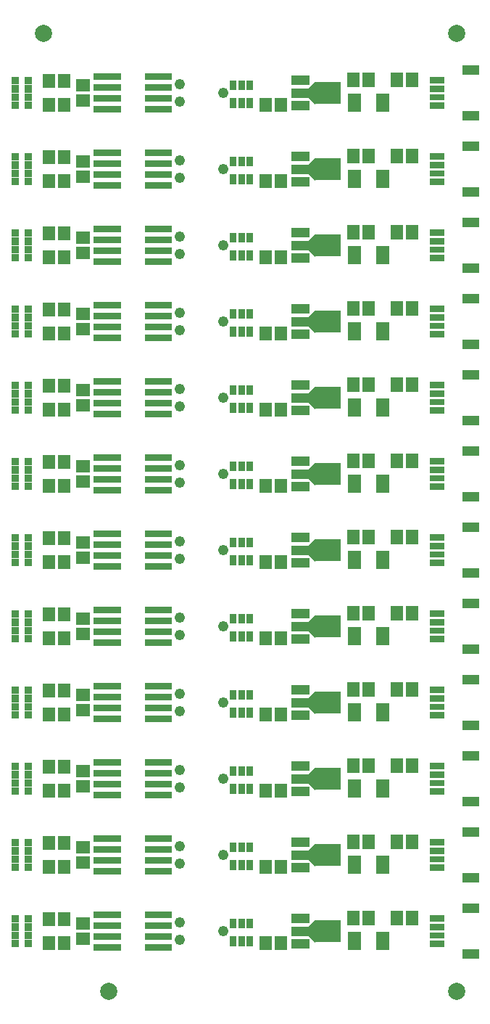
<source format=gbr>
G04 start of page 7 for group -4063 idx -4063 *
G04 Title: (unknown), componentmask *
G04 Creator: pcb 4.0.2 *
G04 CreationDate: Sun May 15 03:05:21 2022 UTC *
G04 For: railfan *
G04 Format: Gerber/RS-274X *
G04 PCB-Dimensions (mil): 3000.00 5500.00 *
G04 PCB-Coordinate-Origin: lower left *
%MOIN*%
%FSLAX25Y25*%
%LNTOPMASK*%
%ADD43C,0.0001*%
%ADD42C,0.0787*%
%ADD41C,0.0490*%
G54D41*X152500Y362500D03*
Y327500D03*
Y292500D03*
Y257500D03*
X132500Y366500D03*
Y358500D03*
Y331500D03*
Y323500D03*
Y296500D03*
Y288500D03*
Y261500D03*
Y253500D03*
X152500Y432500D03*
X132500Y436500D03*
Y428500D03*
X152500Y397500D03*
X132500Y401500D03*
X152500Y467500D03*
X132500Y471500D03*
Y463500D03*
Y393500D03*
X152500Y222500D03*
Y187500D03*
Y152500D03*
Y117500D03*
X132500Y226500D03*
Y218500D03*
Y191500D03*
Y183500D03*
Y156500D03*
Y148500D03*
Y121500D03*
Y113500D03*
X152500Y82500D03*
X132500Y86500D03*
Y78500D03*
G54D42*X260000Y55000D03*
X100000D03*
G54D43*G36*
X166400Y88300D02*X163400D01*
Y83700D01*
X166400D01*
Y88300D01*
G37*
G36*
X183826Y90596D02*Y86216D01*
X192300D01*
Y90596D01*
X183826D01*
G37*
G36*
Y84690D02*Y80310D01*
X200016D01*
Y84690D01*
X183826D01*
G37*
G36*
X119500Y81500D02*Y78500D01*
X129000D01*
Y81500D01*
X119500D01*
G37*
G36*
Y86500D02*Y83500D01*
X129000D01*
Y86500D01*
X119500D01*
G37*
G36*
X194535Y87525D02*Y77475D01*
X206475D01*
Y87525D01*
X194535D01*
G37*
G36*
X196679Y85805D02*X194835Y87649D01*
X191571Y84385D01*
X193415Y82541D01*
X196679Y85805D01*
G37*
G36*
X193415Y82459D02*X191571Y80615D01*
X194835Y77351D01*
X196679Y79195D01*
X193415Y82459D01*
G37*
G36*
X183826Y78784D02*Y74404D01*
X192300D01*
Y78784D01*
X183826D01*
G37*
G36*
X181902Y80252D02*X176184D01*
Y73748D01*
X181902D01*
Y80252D01*
G37*
G36*
X174816D02*X169098D01*
Y73748D01*
X174816D01*
Y80252D01*
G37*
G36*
X229050Y82050D02*X222950D01*
Y73950D01*
X229050D01*
Y82050D01*
G37*
G36*
X216050D02*X209950D01*
Y73950D01*
X216050D01*
Y82050D01*
G37*
G36*
X247649Y78075D02*Y75113D01*
X254351D01*
Y78075D01*
X247649D01*
G37*
G36*
Y82012D02*Y79050D01*
X254351D01*
Y82012D01*
X247649D01*
G37*
G36*
Y85950D02*Y82988D01*
X254351D01*
Y85950D01*
X247649D01*
G37*
G36*
Y89887D02*Y86925D01*
X254351D01*
Y89887D01*
X247649D01*
G37*
G36*
X262413Y74138D02*Y69700D01*
X270099D01*
Y74138D01*
X262413D01*
G37*
G36*
Y95300D02*Y90862D01*
X270099D01*
Y95300D01*
X262413D01*
G37*
G36*
X215316Y91752D02*X209598D01*
Y85248D01*
X215316D01*
Y91752D01*
G37*
G36*
X222402D02*X216684D01*
Y85248D01*
X222402D01*
Y91752D01*
G37*
G36*
X235316D02*X229598D01*
Y85248D01*
X235316D01*
Y91752D01*
G37*
G36*
X242402D02*X236684D01*
Y85248D01*
X242402D01*
Y91752D01*
G37*
G36*
X158600Y80100D02*X155600D01*
Y75500D01*
X158600D01*
Y80100D01*
G37*
G36*
X162500D02*X159500D01*
Y75500D01*
X162500D01*
Y80100D01*
G37*
G36*
X166400D02*X163400D01*
Y75500D01*
X166400D01*
Y80100D01*
G37*
G36*
X162500Y88300D02*X159500D01*
Y83700D01*
X162500D01*
Y88300D01*
G37*
G36*
X158600D02*X155600D01*
Y83700D01*
X158600D01*
Y88300D01*
G37*
G36*
X96000Y91500D02*Y88500D01*
X105500D01*
Y91500D01*
X96000D01*
G37*
G36*
X116500D02*Y88500D01*
X126000D01*
Y91500D01*
X116500D01*
G37*
G36*
X93000D02*Y88500D01*
X102500D01*
Y91500D01*
X93000D01*
G37*
G36*
X119500D02*Y88500D01*
X129000D01*
Y91500D01*
X119500D01*
G37*
G36*
X96000Y86500D02*Y83500D01*
X105500D01*
Y86500D01*
X96000D01*
G37*
G36*
Y81500D02*Y78500D01*
X105500D01*
Y81500D01*
X96000D01*
G37*
G36*
Y76500D02*Y73500D01*
X105500D01*
Y76500D01*
X96000D01*
G37*
G36*
X116500D02*Y73500D01*
X126000D01*
Y76500D01*
X116500D01*
G37*
G36*
Y81500D02*Y78500D01*
X126000D01*
Y81500D01*
X116500D01*
G37*
G36*
Y86500D02*Y83500D01*
X126000D01*
Y86500D01*
X116500D01*
G37*
G36*
X119500Y76500D02*Y73500D01*
X129000D01*
Y76500D01*
X119500D01*
G37*
G36*
X84748Y81816D02*Y76098D01*
X91252D01*
Y81816D01*
X84748D01*
G37*
G36*
X93000Y81500D02*Y78500D01*
X102500D01*
Y81500D01*
X93000D01*
G37*
G36*
Y76500D02*Y73500D01*
X102500D01*
Y76500D01*
X93000D01*
G37*
G36*
X84748Y88902D02*Y83184D01*
X91252D01*
Y88902D01*
X84748D01*
G37*
G36*
X82402Y91252D02*X76684D01*
Y84748D01*
X82402D01*
Y91252D01*
G37*
G36*
X93000Y86500D02*Y83500D01*
X102500D01*
Y86500D01*
X93000D01*
G37*
G36*
X75316Y80252D02*X69598D01*
Y73748D01*
X75316D01*
Y80252D01*
G37*
G36*
X82402D02*X76684D01*
Y73748D01*
X82402D01*
Y80252D01*
G37*
G36*
X61274Y78490D02*Y75054D01*
X64710D01*
Y78490D01*
X61274D01*
G37*
G36*
Y82308D02*Y78874D01*
X64710D01*
Y82308D01*
X61274D01*
G37*
G36*
Y86126D02*Y82692D01*
X64710D01*
Y86126D01*
X61274D01*
G37*
G36*
X75316Y91252D02*X69598D01*
Y84748D01*
X75316D01*
Y91252D01*
G37*
G36*
X61274Y89946D02*Y86510D01*
X64710D01*
Y89946D01*
X61274D01*
G37*
G36*
X55290D02*Y86510D01*
X58726D01*
Y89946D01*
X55290D01*
G37*
G36*
Y86126D02*Y82692D01*
X58726D01*
Y86126D01*
X55290D01*
G37*
G36*
Y82308D02*Y78874D01*
X58726D01*
Y82308D01*
X55290D01*
G37*
G36*
Y78490D02*Y75054D01*
X58726D01*
Y78490D01*
X55290D01*
G37*
G54D42*X70000Y495000D03*
G54D43*G36*
X84748Y466816D02*Y461098D01*
X91252D01*
Y466816D01*
X84748D01*
G37*
G36*
Y473902D02*Y468184D01*
X91252D01*
Y473902D01*
X84748D01*
G37*
G36*
X82402Y465252D02*X76684D01*
Y458748D01*
X82402D01*
Y465252D01*
G37*
G36*
Y476252D02*X76684D01*
Y469748D01*
X82402D01*
Y476252D01*
G37*
G36*
X96000Y466500D02*Y463500D01*
X105500D01*
Y466500D01*
X96000D01*
G37*
G36*
Y461500D02*Y458500D01*
X105500D01*
Y461500D01*
X96000D01*
G37*
G36*
X93000Y466500D02*Y463500D01*
X102500D01*
Y466500D01*
X93000D01*
G37*
G36*
Y461500D02*Y458500D01*
X102500D01*
Y461500D01*
X93000D01*
G37*
G36*
X96000Y476500D02*Y473500D01*
X105500D01*
Y476500D01*
X96000D01*
G37*
G36*
X93000D02*Y473500D01*
X102500D01*
Y476500D01*
X93000D01*
G37*
G36*
X96000Y471500D02*Y468500D01*
X105500D01*
Y471500D01*
X96000D01*
G37*
G36*
X93000D02*Y468500D01*
X102500D01*
Y471500D01*
X93000D01*
G37*
G36*
X75316Y465252D02*X69598D01*
Y458748D01*
X75316D01*
Y465252D01*
G37*
G36*
Y476252D02*X69598D01*
Y469748D01*
X75316D01*
Y476252D01*
G37*
G36*
X61274Y463490D02*Y460054D01*
X64710D01*
Y463490D01*
X61274D01*
G37*
G36*
Y467308D02*Y463873D01*
X64710D01*
Y467308D01*
X61274D01*
G37*
G36*
Y471127D02*Y467692D01*
X64710D01*
Y471127D01*
X61274D01*
G37*
G36*
Y474946D02*Y471510D01*
X64710D01*
Y474946D01*
X61274D01*
G37*
G36*
X55290D02*Y471510D01*
X58726D01*
Y474946D01*
X55290D01*
G37*
G36*
Y471127D02*Y467692D01*
X58726D01*
Y471127D01*
X55290D01*
G37*
G36*
Y467308D02*Y463873D01*
X58726D01*
Y467308D01*
X55290D01*
G37*
G36*
Y463490D02*Y460054D01*
X58726D01*
Y463490D01*
X55290D01*
G37*
G36*
X166400Y473300D02*X163400D01*
Y468700D01*
X166400D01*
Y473300D01*
G37*
G36*
Y465100D02*X163400D01*
Y460500D01*
X166400D01*
Y465100D01*
G37*
G36*
X162500Y473300D02*X159500D01*
Y468700D01*
X162500D01*
Y473300D01*
G37*
G36*
Y465100D02*X159500D01*
Y460500D01*
X162500D01*
Y465100D01*
G37*
G36*
X158600Y473300D02*X155600D01*
Y468700D01*
X158600D01*
Y473300D01*
G37*
G36*
Y465100D02*X155600D01*
Y460500D01*
X158600D01*
Y465100D01*
G37*
G36*
X116500Y461500D02*Y458500D01*
X126000D01*
Y461500D01*
X116500D01*
G37*
G36*
X119500D02*Y458500D01*
X129000D01*
Y461500D01*
X119500D01*
G37*
G36*
X116500Y466500D02*Y463500D01*
X126000D01*
Y466500D01*
X116500D01*
G37*
G36*
Y471500D02*Y468500D01*
X126000D01*
Y471500D01*
X116500D01*
G37*
G36*
Y476500D02*Y473500D01*
X126000D01*
Y476500D01*
X116500D01*
G37*
G36*
X119500Y466500D02*Y463500D01*
X129000D01*
Y466500D01*
X119500D01*
G37*
G36*
Y471500D02*Y468500D01*
X129000D01*
Y471500D01*
X119500D01*
G37*
G36*
Y476500D02*Y473500D01*
X129000D01*
Y476500D01*
X119500D01*
G37*
G36*
X158600Y430100D02*X155600D01*
Y425500D01*
X158600D01*
Y430100D01*
G37*
G36*
X162500D02*X159500D01*
Y425500D01*
X162500D01*
Y430100D01*
G37*
G36*
X166400D02*X163400D01*
Y425500D01*
X166400D01*
Y430100D01*
G37*
G36*
Y438300D02*X163400D01*
Y433700D01*
X166400D01*
Y438300D01*
G37*
G36*
X162500D02*X159500D01*
Y433700D01*
X162500D01*
Y438300D01*
G37*
G36*
X158600D02*X155600D01*
Y433700D01*
X158600D01*
Y438300D01*
G37*
G36*
X116500Y426500D02*Y423500D01*
X126000D01*
Y426500D01*
X116500D01*
G37*
G36*
Y431500D02*Y428500D01*
X126000D01*
Y431500D01*
X116500D01*
G37*
G36*
X119500Y426500D02*Y423500D01*
X129000D01*
Y426500D01*
X119500D01*
G37*
G36*
Y431500D02*Y428500D01*
X129000D01*
Y431500D01*
X119500D01*
G37*
G36*
X116500Y436500D02*Y433500D01*
X126000D01*
Y436500D01*
X116500D01*
G37*
G36*
Y441500D02*Y438500D01*
X126000D01*
Y441500D01*
X116500D01*
G37*
G36*
X119500Y436500D02*Y433500D01*
X129000D01*
Y436500D01*
X119500D01*
G37*
G36*
Y441500D02*Y438500D01*
X129000D01*
Y441500D01*
X119500D01*
G37*
G36*
X116500Y391500D02*Y388500D01*
X126000D01*
Y391500D01*
X116500D01*
G37*
G36*
X119500D02*Y388500D01*
X129000D01*
Y391500D01*
X119500D01*
G37*
G36*
X116500Y396500D02*Y393500D01*
X126000D01*
Y396500D01*
X116500D01*
G37*
G36*
Y401500D02*Y398500D01*
X126000D01*
Y401500D01*
X116500D01*
G37*
G36*
Y406500D02*Y403500D01*
X126000D01*
Y406500D01*
X116500D01*
G37*
G36*
X119500Y396500D02*Y393500D01*
X129000D01*
Y396500D01*
X119500D01*
G37*
G36*
Y401500D02*Y398500D01*
X129000D01*
Y401500D01*
X119500D01*
G37*
G36*
Y406500D02*Y403500D01*
X129000D01*
Y406500D01*
X119500D01*
G37*
G36*
X75316Y430252D02*X69598D01*
Y423748D01*
X75316D01*
Y430252D01*
G37*
G36*
X82402D02*X76684D01*
Y423748D01*
X82402D01*
Y430252D01*
G37*
G36*
X75316Y441252D02*X69598D01*
Y434748D01*
X75316D01*
Y441252D01*
G37*
G36*
X82402D02*X76684D01*
Y434748D01*
X82402D01*
Y441252D01*
G37*
G36*
X61274Y428490D02*Y425054D01*
X64710D01*
Y428490D01*
X61274D01*
G37*
G36*
Y432308D02*Y428873D01*
X64710D01*
Y432308D01*
X61274D01*
G37*
G36*
Y436127D02*Y432692D01*
X64710D01*
Y436127D01*
X61274D01*
G37*
G36*
Y439946D02*Y436510D01*
X64710D01*
Y439946D01*
X61274D01*
G37*
G36*
X55290D02*Y436510D01*
X58726D01*
Y439946D01*
X55290D01*
G37*
G36*
Y436127D02*Y432692D01*
X58726D01*
Y436127D01*
X55290D01*
G37*
G36*
Y432308D02*Y428873D01*
X58726D01*
Y432308D01*
X55290D01*
G37*
G36*
Y428490D02*Y425054D01*
X58726D01*
Y428490D01*
X55290D01*
G37*
G36*
X84748Y396816D02*Y391098D01*
X91252D01*
Y396816D01*
X84748D01*
G37*
G36*
Y403902D02*Y398184D01*
X91252D01*
Y403902D01*
X84748D01*
G37*
G36*
X82402Y395252D02*X76684D01*
Y388748D01*
X82402D01*
Y395252D01*
G37*
G36*
X96000Y401500D02*Y398500D01*
X105500D01*
Y401500D01*
X96000D01*
G37*
G36*
X93000D02*Y398500D01*
X102500D01*
Y401500D01*
X93000D01*
G37*
G36*
X96000Y396500D02*Y393500D01*
X105500D01*
Y396500D01*
X96000D01*
G37*
G36*
Y391500D02*Y388500D01*
X105500D01*
Y391500D01*
X96000D01*
G37*
G36*
X93000Y396500D02*Y393500D01*
X102500D01*
Y396500D01*
X93000D01*
G37*
G36*
Y391500D02*Y388500D01*
X102500D01*
Y391500D01*
X93000D01*
G37*
G36*
X96000Y406500D02*Y403500D01*
X105500D01*
Y406500D01*
X96000D01*
G37*
G36*
X93000D02*Y403500D01*
X102500D01*
Y406500D01*
X93000D01*
G37*
G36*
X75316Y406252D02*X69598D01*
Y399748D01*
X75316D01*
Y406252D01*
G37*
G36*
X82402D02*X76684D01*
Y399748D01*
X82402D01*
Y406252D01*
G37*
G36*
X75316Y395252D02*X69598D01*
Y388748D01*
X75316D01*
Y395252D01*
G37*
G36*
X61274Y393490D02*Y390054D01*
X64710D01*
Y393490D01*
X61274D01*
G37*
G36*
Y397308D02*Y393874D01*
X64710D01*
Y397308D01*
X61274D01*
G37*
G36*
Y401126D02*Y397692D01*
X64710D01*
Y401126D01*
X61274D01*
G37*
G36*
Y404946D02*Y401510D01*
X64710D01*
Y404946D01*
X61274D01*
G37*
G36*
X55290D02*Y401510D01*
X58726D01*
Y404946D01*
X55290D01*
G37*
G36*
Y401126D02*Y397692D01*
X58726D01*
Y401126D01*
X55290D01*
G37*
G36*
Y397308D02*Y393874D01*
X58726D01*
Y397308D01*
X55290D01*
G37*
G36*
Y393490D02*Y390054D01*
X58726D01*
Y393490D01*
X55290D01*
G37*
G36*
X84748Y431816D02*Y426098D01*
X91252D01*
Y431816D01*
X84748D01*
G37*
G36*
Y438902D02*Y433184D01*
X91252D01*
Y438902D01*
X84748D01*
G37*
G36*
X96000Y426500D02*Y423500D01*
X105500D01*
Y426500D01*
X96000D01*
G37*
G36*
X93000D02*Y423500D01*
X102500D01*
Y426500D01*
X93000D01*
G37*
G36*
X96000Y441500D02*Y438500D01*
X105500D01*
Y441500D01*
X96000D01*
G37*
G36*
X93000D02*Y438500D01*
X102500D01*
Y441500D01*
X93000D01*
G37*
G36*
X96000Y436500D02*Y433500D01*
X105500D01*
Y436500D01*
X96000D01*
G37*
G36*
Y431500D02*Y428500D01*
X105500D01*
Y431500D01*
X96000D01*
G37*
G36*
Y361500D02*Y358500D01*
X105500D01*
Y361500D01*
X96000D01*
G37*
G36*
X93000Y371500D02*Y368500D01*
X102500D01*
Y371500D01*
X93000D01*
G37*
G36*
Y366500D02*Y363500D01*
X102500D01*
Y366500D01*
X93000D01*
G37*
G36*
Y361500D02*Y358500D01*
X102500D01*
Y361500D01*
X93000D01*
G37*
G36*
Y356500D02*Y353500D01*
X102500D01*
Y356500D01*
X93000D01*
G37*
G36*
Y436500D02*Y433500D01*
X102500D01*
Y436500D01*
X93000D01*
G37*
G36*
Y431500D02*Y428500D01*
X102500D01*
Y431500D01*
X93000D01*
G37*
G36*
X166400Y403300D02*X163400D01*
Y398700D01*
X166400D01*
Y403300D01*
G37*
G36*
Y395100D02*X163400D01*
Y390500D01*
X166400D01*
Y395100D01*
G37*
G36*
X162500Y403300D02*X159500D01*
Y398700D01*
X162500D01*
Y403300D01*
G37*
G36*
Y395100D02*X159500D01*
Y390500D01*
X162500D01*
Y395100D01*
G37*
G36*
X158600Y403300D02*X155600D01*
Y398700D01*
X158600D01*
Y403300D01*
G37*
G36*
Y395100D02*X155600D01*
Y390500D01*
X158600D01*
Y395100D01*
G37*
G36*
X166400Y368300D02*X163400D01*
Y363700D01*
X166400D01*
Y368300D01*
G37*
G36*
Y360100D02*X163400D01*
Y355500D01*
X166400D01*
Y360100D01*
G37*
G36*
X162500Y368300D02*X159500D01*
Y363700D01*
X162500D01*
Y368300D01*
G37*
G36*
X158600D02*X155600D01*
Y363700D01*
X158600D01*
Y368300D01*
G37*
G36*
Y360100D02*X155600D01*
Y355500D01*
X158600D01*
Y360100D01*
G37*
G36*
X162500D02*X159500D01*
Y355500D01*
X162500D01*
Y360100D01*
G37*
G36*
X116500Y356500D02*Y353500D01*
X126000D01*
Y356500D01*
X116500D01*
G37*
G36*
X119500D02*Y353500D01*
X129000D01*
Y356500D01*
X119500D01*
G37*
G36*
X116500Y361500D02*Y358500D01*
X126000D01*
Y361500D01*
X116500D01*
G37*
G36*
X119500D02*Y358500D01*
X129000D01*
Y361500D01*
X119500D01*
G37*
G36*
X116500Y366500D02*Y363500D01*
X126000D01*
Y366500D01*
X116500D01*
G37*
G36*
Y371500D02*Y368500D01*
X126000D01*
Y371500D01*
X116500D01*
G37*
G36*
X119500Y366500D02*Y363500D01*
X129000D01*
Y366500D01*
X119500D01*
G37*
G36*
Y371500D02*Y368500D01*
X129000D01*
Y371500D01*
X119500D01*
G37*
G54D42*X260000Y495000D03*
G54D43*G36*
X247649Y467012D02*Y464050D01*
X254351D01*
Y467012D01*
X247649D01*
G37*
G36*
Y470950D02*Y467988D01*
X254351D01*
Y470950D01*
X247649D01*
G37*
G36*
Y474887D02*Y471925D01*
X254351D01*
Y474887D01*
X247649D01*
G37*
G36*
X262413Y459138D02*Y454700D01*
X270099D01*
Y459138D01*
X262413D01*
G37*
G36*
Y480300D02*Y475862D01*
X270099D01*
Y480300D01*
X262413D01*
G37*
G36*
X235316Y476752D02*X229598D01*
Y470248D01*
X235316D01*
Y476752D01*
G37*
G36*
X242402D02*X236684D01*
Y470248D01*
X242402D01*
Y476752D01*
G37*
G36*
X183826Y475596D02*Y471216D01*
X192300D01*
Y475596D01*
X183826D01*
G37*
G36*
Y469690D02*Y465310D01*
X200016D01*
Y469690D01*
X183826D01*
G37*
G36*
X194535Y472525D02*Y462475D01*
X206475D01*
Y472525D01*
X194535D01*
G37*
G36*
X196679Y470805D02*X194835Y472649D01*
X191571Y469385D01*
X193415Y467541D01*
X196679Y470805D01*
G37*
G36*
X193415Y467459D02*X191571Y465615D01*
X194835Y462351D01*
X196679Y464195D01*
X193415Y467459D01*
G37*
G36*
X183826Y463784D02*Y459404D01*
X192300D01*
Y463784D01*
X183826D01*
G37*
G36*
X181902Y465252D02*X176184D01*
Y458748D01*
X181902D01*
Y465252D01*
G37*
G36*
X174816D02*X169098D01*
Y458748D01*
X174816D01*
Y465252D01*
G37*
G36*
X229050Y467050D02*X222950D01*
Y458950D01*
X229050D01*
Y467050D01*
G37*
G36*
X216050D02*X209950D01*
Y458950D01*
X216050D01*
Y467050D01*
G37*
G36*
X215316Y476752D02*X209598D01*
Y470248D01*
X215316D01*
Y476752D01*
G37*
G36*
X222402D02*X216684D01*
Y470248D01*
X222402D01*
Y476752D01*
G37*
G36*
X215316Y441752D02*X209598D01*
Y435248D01*
X215316D01*
Y441752D01*
G37*
G36*
X222402D02*X216684D01*
Y435248D01*
X222402D01*
Y441752D01*
G37*
G36*
X235316D02*X229598D01*
Y435248D01*
X235316D01*
Y441752D01*
G37*
G36*
X262413Y445300D02*Y440862D01*
X270099D01*
Y445300D01*
X262413D01*
G37*
G36*
X242402Y441752D02*X236684D01*
Y435248D01*
X242402D01*
Y441752D01*
G37*
G36*
X247649Y463075D02*Y460113D01*
X254351D01*
Y463075D01*
X247649D01*
G37*
G36*
Y428075D02*Y425113D01*
X254351D01*
Y428075D01*
X247649D01*
G37*
G36*
Y432012D02*Y429050D01*
X254351D01*
Y432012D01*
X247649D01*
G37*
G36*
Y435950D02*Y432988D01*
X254351D01*
Y435950D01*
X247649D01*
G37*
G36*
Y439887D02*Y436925D01*
X254351D01*
Y439887D01*
X247649D01*
G37*
G36*
X262413Y424138D02*Y419700D01*
X270099D01*
Y424138D01*
X262413D01*
G37*
G36*
Y410300D02*Y405862D01*
X270099D01*
Y410300D01*
X262413D01*
G37*
G36*
X183826Y440596D02*Y436216D01*
X192300D01*
Y440596D01*
X183826D01*
G37*
G36*
Y434690D02*Y430310D01*
X200016D01*
Y434690D01*
X183826D01*
G37*
G36*
Y428784D02*Y424404D01*
X192300D01*
Y428784D01*
X183826D01*
G37*
G36*
X181902Y430252D02*X176184D01*
Y423748D01*
X181902D01*
Y430252D01*
G37*
G36*
X174816D02*X169098D01*
Y423748D01*
X174816D01*
Y430252D01*
G37*
G36*
X194535Y437525D02*Y427475D01*
X206475D01*
Y437525D01*
X194535D01*
G37*
G36*
X196679Y435805D02*X194835Y437649D01*
X191571Y434385D01*
X193415Y432541D01*
X196679Y435805D01*
G37*
G36*
X193415Y432459D02*X191571Y430615D01*
X194835Y427351D01*
X196679Y429195D01*
X193415Y432459D01*
G37*
G36*
X229050Y432050D02*X222950D01*
Y423950D01*
X229050D01*
Y432050D01*
G37*
G36*
X216050D02*X209950D01*
Y423950D01*
X216050D01*
Y432050D01*
G37*
G36*
X215316Y406752D02*X209598D01*
Y400248D01*
X215316D01*
Y406752D01*
G37*
G36*
X222402D02*X216684D01*
Y400248D01*
X222402D01*
Y406752D01*
G37*
G36*
X247649Y397012D02*Y394050D01*
X254351D01*
Y397012D01*
X247649D01*
G37*
G36*
Y400950D02*Y397988D01*
X254351D01*
Y400950D01*
X247649D01*
G37*
G36*
Y404887D02*Y401925D01*
X254351D01*
Y404887D01*
X247649D01*
G37*
G36*
X235316Y406752D02*X229598D01*
Y400248D01*
X235316D01*
Y406752D01*
G37*
G36*
X242402D02*X236684D01*
Y400248D01*
X242402D01*
Y406752D01*
G37*
G36*
X229050Y397050D02*X222950D01*
Y388950D01*
X229050D01*
Y397050D01*
G37*
G36*
X216050D02*X209950D01*
Y388950D01*
X216050D01*
Y397050D01*
G37*
G36*
X183826Y405596D02*Y401216D01*
X192300D01*
Y405596D01*
X183826D01*
G37*
G36*
Y399690D02*Y395310D01*
X200016D01*
Y399690D01*
X183826D01*
G37*
G36*
X194535Y402525D02*Y392475D01*
X206475D01*
Y402525D01*
X194535D01*
G37*
G36*
X196679Y400805D02*X194835Y402649D01*
X191571Y399385D01*
X193415Y397541D01*
X196679Y400805D01*
G37*
G36*
X193415Y397459D02*X191571Y395615D01*
X194835Y392351D01*
X196679Y394195D01*
X193415Y397459D01*
G37*
G36*
X183826Y393784D02*Y389404D01*
X192300D01*
Y393784D01*
X183826D01*
G37*
G36*
X181902Y395252D02*X176184D01*
Y388748D01*
X181902D01*
Y395252D01*
G37*
G36*
X174816D02*X169098D01*
Y388748D01*
X174816D01*
Y395252D01*
G37*
G36*
X84748Y361816D02*Y356098D01*
X91252D01*
Y361816D01*
X84748D01*
G37*
G36*
X75316Y360252D02*X69598D01*
Y353748D01*
X75316D01*
Y360252D01*
G37*
G36*
X82402D02*X76684D01*
Y353748D01*
X82402D01*
Y360252D01*
G37*
G36*
X84748Y368902D02*Y363184D01*
X91252D01*
Y368902D01*
X84748D01*
G37*
G36*
X75316Y371252D02*X69598D01*
Y364748D01*
X75316D01*
Y371252D01*
G37*
G36*
X82402D02*X76684D01*
Y364748D01*
X82402D01*
Y371252D01*
G37*
G36*
X96000Y371500D02*Y368500D01*
X105500D01*
Y371500D01*
X96000D01*
G37*
G36*
Y366500D02*Y363500D01*
X105500D01*
Y366500D01*
X96000D01*
G37*
G36*
Y356500D02*Y353500D01*
X105500D01*
Y356500D01*
X96000D01*
G37*
G36*
X61274Y362308D02*Y358874D01*
X64710D01*
Y362308D01*
X61274D01*
G37*
G36*
Y366126D02*Y362692D01*
X64710D01*
Y366126D01*
X61274D01*
G37*
G36*
Y369946D02*Y366510D01*
X64710D01*
Y369946D01*
X61274D01*
G37*
G36*
X55290D02*Y366510D01*
X58726D01*
Y369946D01*
X55290D01*
G37*
G36*
Y366126D02*Y362692D01*
X58726D01*
Y366126D01*
X55290D01*
G37*
G36*
Y362308D02*Y358874D01*
X58726D01*
Y362308D01*
X55290D01*
G37*
G36*
X61274Y358490D02*Y355054D01*
X64710D01*
Y358490D01*
X61274D01*
G37*
G36*
X55290D02*Y355054D01*
X58726D01*
Y358490D01*
X55290D01*
G37*
G36*
X84748Y326816D02*Y321098D01*
X91252D01*
Y326816D01*
X84748D01*
G37*
G36*
Y333902D02*Y328184D01*
X91252D01*
Y333902D01*
X84748D01*
G37*
G36*
X82402Y325252D02*X76684D01*
Y318748D01*
X82402D01*
Y325252D01*
G37*
G36*
Y336252D02*X76684D01*
Y329748D01*
X82402D01*
Y336252D01*
G37*
G36*
X93000Y336500D02*Y333500D01*
X102500D01*
Y336500D01*
X93000D01*
G37*
G36*
Y331500D02*Y328500D01*
X102500D01*
Y331500D01*
X93000D01*
G37*
G36*
Y326500D02*Y323500D01*
X102500D01*
Y326500D01*
X93000D01*
G37*
G36*
X75316Y325252D02*X69598D01*
Y318748D01*
X75316D01*
Y325252D01*
G37*
G36*
Y336252D02*X69598D01*
Y329748D01*
X75316D01*
Y336252D01*
G37*
G36*
X61274Y323490D02*Y320054D01*
X64710D01*
Y323490D01*
X61274D01*
G37*
G36*
Y327308D02*Y323874D01*
X64710D01*
Y327308D01*
X61274D01*
G37*
G36*
Y331126D02*Y327692D01*
X64710D01*
Y331126D01*
X61274D01*
G37*
G36*
Y334946D02*Y331510D01*
X64710D01*
Y334946D01*
X61274D01*
G37*
G36*
X55290D02*Y331510D01*
X58726D01*
Y334946D01*
X55290D01*
G37*
G36*
Y331126D02*Y327692D01*
X58726D01*
Y331126D01*
X55290D01*
G37*
G36*
Y327308D02*Y323874D01*
X58726D01*
Y327308D01*
X55290D01*
G37*
G36*
Y323490D02*Y320054D01*
X58726D01*
Y323490D01*
X55290D01*
G37*
G36*
X93000Y321500D02*Y318500D01*
X102500D01*
Y321500D01*
X93000D01*
G37*
G36*
Y301500D02*Y298500D01*
X102500D01*
Y301500D01*
X93000D01*
G37*
G36*
Y296500D02*Y293500D01*
X102500D01*
Y296500D01*
X93000D01*
G37*
G36*
Y291500D02*Y288500D01*
X102500D01*
Y291500D01*
X93000D01*
G37*
G36*
Y286500D02*Y283500D01*
X102500D01*
Y286500D01*
X93000D01*
G37*
G36*
X84748Y291816D02*Y286098D01*
X91252D01*
Y291816D01*
X84748D01*
G37*
G36*
Y298902D02*Y293184D01*
X91252D01*
Y298902D01*
X84748D01*
G37*
G36*
X82402Y290252D02*X76684D01*
Y283748D01*
X82402D01*
Y290252D01*
G37*
G36*
Y301252D02*X76684D01*
Y294748D01*
X82402D01*
Y301252D01*
G37*
G36*
X75316Y290252D02*X69598D01*
Y283748D01*
X75316D01*
Y290252D01*
G37*
G36*
Y301252D02*X69598D01*
Y294748D01*
X75316D01*
Y301252D01*
G37*
G36*
X61274Y288490D02*Y285054D01*
X64710D01*
Y288490D01*
X61274D01*
G37*
G36*
Y292308D02*Y288874D01*
X64710D01*
Y292308D01*
X61274D01*
G37*
G36*
Y296126D02*Y292692D01*
X64710D01*
Y296126D01*
X61274D01*
G37*
G36*
Y299946D02*Y296510D01*
X64710D01*
Y299946D01*
X61274D01*
G37*
G36*
X55290D02*Y296510D01*
X58726D01*
Y299946D01*
X55290D01*
G37*
G36*
Y296126D02*Y292692D01*
X58726D01*
Y296126D01*
X55290D01*
G37*
G36*
Y292308D02*Y288874D01*
X58726D01*
Y292308D01*
X55290D01*
G37*
G36*
Y288490D02*Y285054D01*
X58726D01*
Y288490D01*
X55290D01*
G37*
G36*
X84748Y256816D02*Y251098D01*
X91252D01*
Y256816D01*
X84748D01*
G37*
G36*
Y263902D02*Y258184D01*
X91252D01*
Y263902D01*
X84748D01*
G37*
G36*
X93000Y251500D02*Y248500D01*
X102500D01*
Y251500D01*
X93000D01*
G37*
G36*
X75316Y266252D02*X69598D01*
Y259748D01*
X75316D01*
Y266252D01*
G37*
G36*
X82402D02*X76684D01*
Y259748D01*
X82402D01*
Y266252D01*
G37*
G36*
X75316Y255252D02*X69598D01*
Y248748D01*
X75316D01*
Y255252D01*
G37*
G36*
X82402D02*X76684D01*
Y248748D01*
X82402D01*
Y255252D01*
G37*
G36*
X61274Y253490D02*Y250054D01*
X64710D01*
Y253490D01*
X61274D01*
G37*
G36*
X55290D02*Y250054D01*
X58726D01*
Y253490D01*
X55290D01*
G37*
G36*
X61274Y261126D02*Y257692D01*
X64710D01*
Y261126D01*
X61274D01*
G37*
G36*
X55290D02*Y257692D01*
X58726D01*
Y261126D01*
X55290D01*
G37*
G36*
X61274Y264946D02*Y261510D01*
X64710D01*
Y264946D01*
X61274D01*
G37*
G36*
X55290D02*Y261510D01*
X58726D01*
Y264946D01*
X55290D01*
G37*
G36*
X75316Y220252D02*X69598D01*
Y213748D01*
X75316D01*
Y220252D01*
G37*
G36*
Y231252D02*X69598D01*
Y224748D01*
X75316D01*
Y231252D01*
G37*
G36*
X82402Y220252D02*X76684D01*
Y213748D01*
X82402D01*
Y220252D01*
G37*
G36*
Y231252D02*X76684D01*
Y224748D01*
X82402D01*
Y231252D01*
G37*
G36*
X61274Y218490D02*Y215054D01*
X64710D01*
Y218490D01*
X61274D01*
G37*
G36*
Y222308D02*Y218874D01*
X64710D01*
Y222308D01*
X61274D01*
G37*
G36*
Y226126D02*Y222692D01*
X64710D01*
Y226126D01*
X61274D01*
G37*
G36*
Y229946D02*Y226510D01*
X64710D01*
Y229946D01*
X61274D01*
G37*
G36*
X55290D02*Y226510D01*
X58726D01*
Y229946D01*
X55290D01*
G37*
G36*
X61274Y257308D02*Y253874D01*
X64710D01*
Y257308D01*
X61274D01*
G37*
G36*
X55290D02*Y253874D01*
X58726D01*
Y257308D01*
X55290D01*
G37*
G36*
Y226126D02*Y222692D01*
X58726D01*
Y226126D01*
X55290D01*
G37*
G36*
Y222308D02*Y218874D01*
X58726D01*
Y222308D01*
X55290D01*
G37*
G36*
Y218490D02*Y215054D01*
X58726D01*
Y218490D01*
X55290D01*
G37*
G36*
X93000Y196500D02*Y193500D01*
X102500D01*
Y196500D01*
X93000D01*
G37*
G36*
Y191500D02*Y188500D01*
X102500D01*
Y191500D01*
X93000D01*
G37*
G36*
Y186500D02*Y183500D01*
X102500D01*
Y186500D01*
X93000D01*
G37*
G36*
X75316Y185252D02*X69598D01*
Y178748D01*
X75316D01*
Y185252D01*
G37*
G36*
X61274Y194946D02*Y191510D01*
X64710D01*
Y194946D01*
X61274D01*
G37*
G36*
X82402Y185252D02*X76684D01*
Y178748D01*
X82402D01*
Y185252D01*
G37*
G36*
X75316Y196252D02*X69598D01*
Y189748D01*
X75316D01*
Y196252D01*
G37*
G36*
X82402D02*X76684D01*
Y189748D01*
X82402D01*
Y196252D01*
G37*
G36*
X55290Y194946D02*Y191510D01*
X58726D01*
Y194946D01*
X55290D01*
G37*
G36*
Y191126D02*Y187692D01*
X58726D01*
Y191126D01*
X55290D01*
G37*
G36*
X61274Y183490D02*Y180054D01*
X64710D01*
Y183490D01*
X61274D01*
G37*
G36*
Y187308D02*Y183874D01*
X64710D01*
Y187308D01*
X61274D01*
G37*
G36*
Y191126D02*Y187692D01*
X64710D01*
Y191126D01*
X61274D01*
G37*
G36*
X55290Y187308D02*Y183874D01*
X58726D01*
Y187308D01*
X55290D01*
G37*
G36*
Y183490D02*Y180054D01*
X58726D01*
Y183490D01*
X55290D01*
G37*
G36*
X158600Y255100D02*X155600D01*
Y250500D01*
X158600D01*
Y255100D01*
G37*
G36*
X162500D02*X159500D01*
Y250500D01*
X162500D01*
Y255100D01*
G37*
G36*
X166400D02*X163400D01*
Y250500D01*
X166400D01*
Y255100D01*
G37*
G36*
Y228300D02*X163400D01*
Y223700D01*
X166400D01*
Y228300D01*
G37*
G36*
X158600Y220100D02*X155600D01*
Y215500D01*
X158600D01*
Y220100D01*
G37*
G36*
X162500D02*X159500D01*
Y215500D01*
X162500D01*
Y220100D01*
G37*
G36*
X166400D02*X163400D01*
Y215500D01*
X166400D01*
Y220100D01*
G37*
G36*
X162500Y228300D02*X159500D01*
Y223700D01*
X162500D01*
Y228300D01*
G37*
G36*
X158600D02*X155600D01*
Y223700D01*
X158600D01*
Y228300D01*
G37*
G36*
X96000Y266500D02*Y263500D01*
X105500D01*
Y266500D01*
X96000D01*
G37*
G36*
X93000D02*Y263500D01*
X102500D01*
Y266500D01*
X93000D01*
G37*
G36*
X96000Y261500D02*Y258500D01*
X105500D01*
Y261500D01*
X96000D01*
G37*
G36*
X93000D02*Y258500D01*
X102500D01*
Y261500D01*
X93000D01*
G37*
G36*
X96000Y256500D02*Y253500D01*
X105500D01*
Y256500D01*
X96000D01*
G37*
G36*
X93000D02*Y253500D01*
X102500D01*
Y256500D01*
X93000D01*
G37*
G36*
X116500D02*Y253500D01*
X126000D01*
Y256500D01*
X116500D01*
G37*
G36*
X119500Y251500D02*Y248500D01*
X129000D01*
Y251500D01*
X119500D01*
G37*
G36*
Y256500D02*Y253500D01*
X129000D01*
Y256500D01*
X119500D01*
G37*
G36*
X116500Y261500D02*Y258500D01*
X126000D01*
Y261500D01*
X116500D01*
G37*
G36*
Y266500D02*Y263500D01*
X126000D01*
Y266500D01*
X116500D01*
G37*
G36*
X119500Y261500D02*Y258500D01*
X129000D01*
Y261500D01*
X119500D01*
G37*
G36*
Y266500D02*Y263500D01*
X129000D01*
Y266500D01*
X119500D01*
G37*
G36*
X116500Y221500D02*Y218500D01*
X126000D01*
Y221500D01*
X116500D01*
G37*
G36*
Y226500D02*Y223500D01*
X126000D01*
Y226500D01*
X116500D01*
G37*
G36*
Y231500D02*Y228500D01*
X126000D01*
Y231500D01*
X116500D01*
G37*
G36*
Y191500D02*Y188500D01*
X126000D01*
Y191500D01*
X116500D01*
G37*
G36*
Y196500D02*Y193500D01*
X126000D01*
Y196500D01*
X116500D01*
G37*
G36*
X119500Y186500D02*Y183500D01*
X129000D01*
Y186500D01*
X119500D01*
G37*
G36*
Y191500D02*Y188500D01*
X129000D01*
Y191500D01*
X119500D01*
G37*
G36*
Y196500D02*Y193500D01*
X129000D01*
Y196500D01*
X119500D01*
G37*
G36*
X96000Y226500D02*Y223500D01*
X105500D01*
Y226500D01*
X96000D01*
G37*
G36*
Y221500D02*Y218500D01*
X105500D01*
Y221500D01*
X96000D01*
G37*
G36*
Y231500D02*Y228500D01*
X105500D01*
Y231500D01*
X96000D01*
G37*
G36*
X93000D02*Y228500D01*
X102500D01*
Y231500D01*
X93000D01*
G37*
G36*
X247649Y393075D02*Y390113D01*
X254351D01*
Y393075D01*
X247649D01*
G37*
G36*
X262413Y389138D02*Y384700D01*
X270099D01*
Y389138D01*
X262413D01*
G37*
G36*
X247649Y358075D02*Y355113D01*
X254351D01*
Y358075D01*
X247649D01*
G37*
G36*
Y362012D02*Y359050D01*
X254351D01*
Y362012D01*
X247649D01*
G37*
G36*
Y365950D02*Y362988D01*
X254351D01*
Y365950D01*
X247649D01*
G37*
G36*
Y369887D02*Y366925D01*
X254351D01*
Y369887D01*
X247649D01*
G37*
G36*
X262413Y354138D02*Y349700D01*
X270099D01*
Y354138D01*
X262413D01*
G37*
G36*
Y375300D02*Y370862D01*
X270099D01*
Y375300D01*
X262413D01*
G37*
G36*
X242402Y371752D02*X236684D01*
Y365248D01*
X242402D01*
Y371752D01*
G37*
G36*
X229050Y362050D02*X222950D01*
Y353950D01*
X229050D01*
Y362050D01*
G37*
G36*
X216050D02*X209950D01*
Y353950D01*
X216050D01*
Y362050D01*
G37*
G36*
X215316Y371752D02*X209598D01*
Y365248D01*
X215316D01*
Y371752D01*
G37*
G36*
X222402D02*X216684D01*
Y365248D01*
X222402D01*
Y371752D01*
G37*
G36*
X235316D02*X229598D01*
Y365248D01*
X235316D01*
Y371752D01*
G37*
G36*
X215316Y336752D02*X209598D01*
Y330248D01*
X215316D01*
Y336752D01*
G37*
G36*
X222402D02*X216684D01*
Y330248D01*
X222402D01*
Y336752D01*
G37*
G36*
X235316D02*X229598D01*
Y330248D01*
X235316D01*
Y336752D01*
G37*
G36*
X242402D02*X236684D01*
Y330248D01*
X242402D01*
Y336752D01*
G37*
G36*
X183826Y370596D02*Y366216D01*
X192300D01*
Y370596D01*
X183826D01*
G37*
G36*
Y364690D02*Y360310D01*
X200016D01*
Y364690D01*
X183826D01*
G37*
G36*
Y358784D02*Y354404D01*
X192300D01*
Y358784D01*
X183826D01*
G37*
G36*
X181902Y360252D02*X176184D01*
Y353748D01*
X181902D01*
Y360252D01*
G37*
G36*
X174816D02*X169098D01*
Y353748D01*
X174816D01*
Y360252D01*
G37*
G36*
X194535Y367525D02*Y357475D01*
X206475D01*
Y367525D01*
X194535D01*
G37*
G36*
X196679Y365805D02*X194835Y367649D01*
X191571Y364385D01*
X193415Y362541D01*
X196679Y365805D01*
G37*
G36*
X193415Y362459D02*X191571Y360615D01*
X194835Y357351D01*
X196679Y359195D01*
X193415Y362459D01*
G37*
G36*
X166400Y333300D02*X163400D01*
Y328700D01*
X166400D01*
Y333300D01*
G37*
G36*
X162500D02*X159500D01*
Y328700D01*
X162500D01*
Y333300D01*
G37*
G36*
X158600D02*X155600D01*
Y328700D01*
X158600D01*
Y333300D01*
G37*
G36*
Y325100D02*X155600D01*
Y320500D01*
X158600D01*
Y325100D01*
G37*
G36*
X162500D02*X159500D01*
Y320500D01*
X162500D01*
Y325100D01*
G37*
G36*
X166400D02*X163400D01*
Y320500D01*
X166400D01*
Y325100D01*
G37*
G36*
X181902Y325252D02*X176184D01*
Y318748D01*
X181902D01*
Y325252D01*
G37*
G36*
X174816D02*X169098D01*
Y318748D01*
X174816D01*
Y325252D01*
G37*
G36*
X183826Y335596D02*Y331216D01*
X192300D01*
Y335596D01*
X183826D01*
G37*
G36*
Y329690D02*Y325310D01*
X200016D01*
Y329690D01*
X183826D01*
G37*
G36*
X194535Y332525D02*Y322475D01*
X206475D01*
Y332525D01*
X194535D01*
G37*
G36*
X196679Y330805D02*X194835Y332649D01*
X191571Y329385D01*
X193415Y327541D01*
X196679Y330805D01*
G37*
G36*
X193415Y327459D02*X191571Y325615D01*
X194835Y322351D01*
X196679Y324195D01*
X193415Y327459D01*
G37*
G36*
X183826Y323784D02*Y319404D01*
X192300D01*
Y323784D01*
X183826D01*
G37*
G36*
X96000Y336500D02*Y333500D01*
X105500D01*
Y336500D01*
X96000D01*
G37*
G36*
Y331500D02*Y328500D01*
X105500D01*
Y331500D01*
X96000D01*
G37*
G36*
Y326500D02*Y323500D01*
X105500D01*
Y326500D01*
X96000D01*
G37*
G36*
Y321500D02*Y318500D01*
X105500D01*
Y321500D01*
X96000D01*
G37*
G36*
X116500D02*Y318500D01*
X126000D01*
Y321500D01*
X116500D01*
G37*
G36*
X119500D02*Y318500D01*
X129000D01*
Y321500D01*
X119500D01*
G37*
G36*
X116500Y326500D02*Y323500D01*
X126000D01*
Y326500D01*
X116500D01*
G37*
G36*
Y331500D02*Y328500D01*
X126000D01*
Y331500D01*
X116500D01*
G37*
G36*
Y336500D02*Y333500D01*
X126000D01*
Y336500D01*
X116500D01*
G37*
G36*
X119500Y326500D02*Y323500D01*
X129000D01*
Y326500D01*
X119500D01*
G37*
G36*
Y331500D02*Y328500D01*
X129000D01*
Y331500D01*
X119500D01*
G37*
G36*
Y336500D02*Y333500D01*
X129000D01*
Y336500D01*
X119500D01*
G37*
G36*
X96000Y301500D02*Y298500D01*
X105500D01*
Y301500D01*
X96000D01*
G37*
G36*
Y296500D02*Y293500D01*
X105500D01*
Y296500D01*
X96000D01*
G37*
G36*
Y291500D02*Y288500D01*
X105500D01*
Y291500D01*
X96000D01*
G37*
G36*
Y286500D02*Y283500D01*
X105500D01*
Y286500D01*
X96000D01*
G37*
G36*
X116500Y296500D02*Y293500D01*
X126000D01*
Y296500D01*
X116500D01*
G37*
G36*
Y301500D02*Y298500D01*
X126000D01*
Y301500D01*
X116500D01*
G37*
G36*
X119500D02*Y298500D01*
X129000D01*
Y301500D01*
X119500D01*
G37*
G36*
X158600Y298300D02*X155600D01*
Y293700D01*
X158600D01*
Y298300D01*
G37*
G36*
X162500Y290100D02*X159500D01*
Y285500D01*
X162500D01*
Y290100D01*
G37*
G36*
X166400D02*X163400D01*
Y285500D01*
X166400D01*
Y290100D01*
G37*
G36*
X183826Y300596D02*Y296216D01*
X192300D01*
Y300596D01*
X183826D01*
G37*
G36*
Y294690D02*Y290310D01*
X200016D01*
Y294690D01*
X183826D01*
G37*
G36*
X194535Y297525D02*Y287475D01*
X206475D01*
Y297525D01*
X194535D01*
G37*
G36*
X196679Y295805D02*X194835Y297649D01*
X191571Y294385D01*
X193415Y292541D01*
X196679Y295805D01*
G37*
G36*
X193415Y292459D02*X191571Y290615D01*
X194835Y287351D01*
X196679Y289195D01*
X193415Y292459D01*
G37*
G36*
X183826Y288784D02*Y284404D01*
X192300D01*
Y288784D01*
X183826D01*
G37*
G36*
X181902Y290252D02*X176184D01*
Y283748D01*
X181902D01*
Y290252D01*
G37*
G36*
X174816D02*X169098D01*
Y283748D01*
X174816D01*
Y290252D01*
G37*
G36*
X158600Y290100D02*X155600D01*
Y285500D01*
X158600D01*
Y290100D01*
G37*
G36*
X116500Y286500D02*Y283500D01*
X126000D01*
Y286500D01*
X116500D01*
G37*
G36*
Y291500D02*Y288500D01*
X126000D01*
Y291500D01*
X116500D01*
G37*
G36*
X119500Y286500D02*Y283500D01*
X129000D01*
Y286500D01*
X119500D01*
G37*
G36*
Y291500D02*Y288500D01*
X129000D01*
Y291500D01*
X119500D01*
G37*
G36*
Y296500D02*Y293500D01*
X129000D01*
Y296500D01*
X119500D01*
G37*
G36*
X166400Y298300D02*X163400D01*
Y293700D01*
X166400D01*
Y298300D01*
G37*
G36*
Y263300D02*X163400D01*
Y258700D01*
X166400D01*
Y263300D01*
G37*
G36*
X162500Y298300D02*X159500D01*
Y293700D01*
X162500D01*
Y298300D01*
G37*
G36*
Y263300D02*X159500D01*
Y258700D01*
X162500D01*
Y263300D01*
G37*
G36*
X158600D02*X155600D01*
Y258700D01*
X158600D01*
Y263300D01*
G37*
G36*
X96000Y251500D02*Y248500D01*
X105500D01*
Y251500D01*
X96000D01*
G37*
G36*
Y216500D02*Y213500D01*
X105500D01*
Y216500D01*
X96000D01*
G37*
G36*
Y181500D02*Y178500D01*
X105500D01*
Y181500D01*
X96000D01*
G37*
G36*
X116500Y251500D02*Y248500D01*
X126000D01*
Y251500D01*
X116500D01*
G37*
G36*
Y216500D02*Y213500D01*
X126000D01*
Y216500D01*
X116500D01*
G37*
G36*
Y181500D02*Y178500D01*
X126000D01*
Y181500D01*
X116500D01*
G37*
G36*
X119500D02*Y178500D01*
X129000D01*
Y181500D01*
X119500D01*
G37*
G36*
X183826Y265596D02*Y261216D01*
X192300D01*
Y265596D01*
X183826D01*
G37*
G36*
Y259690D02*Y255310D01*
X200016D01*
Y259690D01*
X183826D01*
G37*
G36*
Y253784D02*Y249404D01*
X192300D01*
Y253784D01*
X183826D01*
G37*
G36*
X181902Y255252D02*X176184D01*
Y248748D01*
X181902D01*
Y255252D01*
G37*
G36*
X174816D02*X169098D01*
Y248748D01*
X174816D01*
Y255252D01*
G37*
G36*
X194535Y262525D02*Y252475D01*
X206475D01*
Y262525D01*
X194535D01*
G37*
G36*
X196679Y260805D02*X194835Y262649D01*
X191571Y259385D01*
X193415Y257541D01*
X196679Y260805D01*
G37*
G36*
X193415Y257459D02*X191571Y255615D01*
X194835Y252351D01*
X196679Y254195D01*
X193415Y257459D01*
G37*
G36*
X183826Y230596D02*Y226216D01*
X192300D01*
Y230596D01*
X183826D01*
G37*
G36*
Y224690D02*Y220310D01*
X200016D01*
Y224690D01*
X183826D01*
G37*
G36*
X194535Y227525D02*Y217475D01*
X206475D01*
Y227525D01*
X194535D01*
G37*
G36*
X196679Y225805D02*X194835Y227649D01*
X191571Y224385D01*
X193415Y222541D01*
X196679Y225805D01*
G37*
G36*
X193415Y222459D02*X191571Y220615D01*
X194835Y217351D01*
X196679Y219195D01*
X193415Y222459D01*
G37*
G36*
X183826Y218784D02*Y214404D01*
X192300D01*
Y218784D01*
X183826D01*
G37*
G36*
X181902Y220252D02*X176184D01*
Y213748D01*
X181902D01*
Y220252D01*
G37*
G36*
X174816D02*X169098D01*
Y213748D01*
X174816D01*
Y220252D01*
G37*
G36*
X183826Y195596D02*Y191216D01*
X192300D01*
Y195596D01*
X183826D01*
G37*
G36*
Y189690D02*Y185310D01*
X200016D01*
Y189690D01*
X183826D01*
G37*
G36*
X194535Y192525D02*Y182475D01*
X206475D01*
Y192525D01*
X194535D01*
G37*
G36*
X196679Y190805D02*X194835Y192649D01*
X191571Y189385D01*
X193415Y187541D01*
X196679Y190805D01*
G37*
G36*
X193415Y187459D02*X191571Y185615D01*
X194835Y182351D01*
X196679Y184195D01*
X193415Y187459D01*
G37*
G36*
X183826Y183784D02*Y179404D01*
X192300D01*
Y183784D01*
X183826D01*
G37*
G36*
X181902Y185252D02*X176184D01*
Y178748D01*
X181902D01*
Y185252D01*
G37*
G36*
X174816D02*X169098D01*
Y178748D01*
X174816D01*
Y185252D01*
G37*
G36*
X84748Y221816D02*Y216098D01*
X91252D01*
Y221816D01*
X84748D01*
G37*
G36*
Y228902D02*Y223184D01*
X91252D01*
Y228902D01*
X84748D01*
G37*
G36*
X93000Y226500D02*Y223500D01*
X102500D01*
Y226500D01*
X93000D01*
G37*
G36*
Y221500D02*Y218500D01*
X102500D01*
Y221500D01*
X93000D01*
G37*
G36*
Y216500D02*Y213500D01*
X102500D01*
Y216500D01*
X93000D01*
G37*
G36*
X119500Y221500D02*Y218500D01*
X129000D01*
Y221500D01*
X119500D01*
G37*
G36*
Y226500D02*Y223500D01*
X129000D01*
Y226500D01*
X119500D01*
G37*
G36*
Y231500D02*Y228500D01*
X129000D01*
Y231500D01*
X119500D01*
G37*
G36*
Y216500D02*Y213500D01*
X129000D01*
Y216500D01*
X119500D01*
G37*
G36*
X116500Y186500D02*Y183500D01*
X126000D01*
Y186500D01*
X116500D01*
G37*
G36*
X84748Y186816D02*Y181098D01*
X91252D01*
Y186816D01*
X84748D01*
G37*
G36*
Y193902D02*Y188184D01*
X91252D01*
Y193902D01*
X84748D01*
G37*
G36*
X96000Y196500D02*Y193500D01*
X105500D01*
Y196500D01*
X96000D01*
G37*
G36*
Y191500D02*Y188500D01*
X105500D01*
Y191500D01*
X96000D01*
G37*
G36*
Y186500D02*Y183500D01*
X105500D01*
Y186500D01*
X96000D01*
G37*
G36*
X93000Y181500D02*Y178500D01*
X102500D01*
Y181500D01*
X93000D01*
G37*
G36*
X158600Y193300D02*X155600D01*
Y188700D01*
X158600D01*
Y193300D01*
G37*
G36*
Y185100D02*X155600D01*
Y180500D01*
X158600D01*
Y185100D01*
G37*
G36*
X162500D02*X159500D01*
Y180500D01*
X162500D01*
Y185100D01*
G37*
G36*
X166400D02*X163400D01*
Y180500D01*
X166400D01*
Y185100D01*
G37*
G36*
Y193300D02*X163400D01*
Y188700D01*
X166400D01*
Y193300D01*
G37*
G36*
Y158300D02*X163400D01*
Y153700D01*
X166400D01*
Y158300D01*
G37*
G36*
Y123300D02*X163400D01*
Y118700D01*
X166400D01*
Y123300D01*
G37*
G36*
X162500Y193300D02*X159500D01*
Y188700D01*
X162500D01*
Y193300D01*
G37*
G36*
Y158300D02*X159500D01*
Y153700D01*
X162500D01*
Y158300D01*
G37*
G36*
Y123300D02*X159500D01*
Y118700D01*
X162500D01*
Y123300D01*
G37*
G36*
X158600Y158300D02*X155600D01*
Y153700D01*
X158600D01*
Y158300D01*
G37*
G36*
Y150100D02*X155600D01*
Y145500D01*
X158600D01*
Y150100D01*
G37*
G36*
X162500D02*X159500D01*
Y145500D01*
X162500D01*
Y150100D01*
G37*
G36*
X166400D02*X163400D01*
Y145500D01*
X166400D01*
Y150100D01*
G37*
G36*
X183826Y160596D02*Y156216D01*
X192300D01*
Y160596D01*
X183826D01*
G37*
G36*
Y154690D02*Y150310D01*
X200016D01*
Y154690D01*
X183826D01*
G37*
G36*
X194535Y157525D02*Y147475D01*
X206475D01*
Y157525D01*
X194535D01*
G37*
G36*
X196679Y155805D02*X194835Y157649D01*
X191571Y154385D01*
X193415Y152541D01*
X196679Y155805D01*
G37*
G36*
X193415Y152459D02*X191571Y150615D01*
X194835Y147351D01*
X196679Y149195D01*
X193415Y152459D01*
G37*
G36*
X183826Y148784D02*Y144404D01*
X192300D01*
Y148784D01*
X183826D01*
G37*
G36*
X181902Y150252D02*X176184D01*
Y143748D01*
X181902D01*
Y150252D01*
G37*
G36*
X174816D02*X169098D01*
Y143748D01*
X174816D01*
Y150252D01*
G37*
G36*
X158600Y123300D02*X155600D01*
Y118700D01*
X158600D01*
Y123300D01*
G37*
G36*
Y115100D02*X155600D01*
Y110500D01*
X158600D01*
Y115100D01*
G37*
G36*
X162500D02*X159500D01*
Y110500D01*
X162500D01*
Y115100D01*
G37*
G36*
X166400D02*X163400D01*
Y110500D01*
X166400D01*
Y115100D01*
G37*
G36*
X181902Y115252D02*X176184D01*
Y108748D01*
X181902D01*
Y115252D01*
G37*
G36*
X174816D02*X169098D01*
Y108748D01*
X174816D01*
Y115252D01*
G37*
G36*
X183826Y125596D02*Y121216D01*
X192300D01*
Y125596D01*
X183826D01*
G37*
G36*
Y119690D02*Y115310D01*
X200016D01*
Y119690D01*
X183826D01*
G37*
G36*
X194535Y122525D02*Y112475D01*
X206475D01*
Y122525D01*
X194535D01*
G37*
G36*
X196679Y120805D02*X194835Y122649D01*
X191571Y119385D01*
X193415Y117541D01*
X196679Y120805D01*
G37*
G36*
X193415Y117459D02*X191571Y115615D01*
X194835Y112351D01*
X196679Y114195D01*
X193415Y117459D01*
G37*
G36*
X183826Y113784D02*Y109404D01*
X192300D01*
Y113784D01*
X183826D01*
G37*
G36*
X229050Y327050D02*X222950D01*
Y318950D01*
X229050D01*
Y327050D01*
G37*
G36*
Y292050D02*X222950D01*
Y283950D01*
X229050D01*
Y292050D01*
G37*
G36*
X222402Y301752D02*X216684D01*
Y295248D01*
X222402D01*
Y301752D01*
G37*
G36*
X216050Y327050D02*X209950D01*
Y318950D01*
X216050D01*
Y327050D01*
G37*
G36*
Y292050D02*X209950D01*
Y283950D01*
X216050D01*
Y292050D01*
G37*
G36*
X215316Y301752D02*X209598D01*
Y295248D01*
X215316D01*
Y301752D01*
G37*
G36*
X247649Y323075D02*Y320113D01*
X254351D01*
Y323075D01*
X247649D01*
G37*
G36*
Y327012D02*Y324050D01*
X254351D01*
Y327012D01*
X247649D01*
G37*
G36*
Y330950D02*Y327988D01*
X254351D01*
Y330950D01*
X247649D01*
G37*
G36*
Y334887D02*Y331925D01*
X254351D01*
Y334887D01*
X247649D01*
G37*
G36*
X262413Y319138D02*Y314700D01*
X270099D01*
Y319138D01*
X262413D01*
G37*
G36*
Y340300D02*Y335862D01*
X270099D01*
Y340300D01*
X262413D01*
G37*
G36*
X247649Y292012D02*Y289050D01*
X254351D01*
Y292012D01*
X247649D01*
G37*
G36*
Y295950D02*Y292988D01*
X254351D01*
Y295950D01*
X247649D01*
G37*
G36*
Y299887D02*Y296925D01*
X254351D01*
Y299887D01*
X247649D01*
G37*
G36*
X262413Y305300D02*Y300862D01*
X270099D01*
Y305300D01*
X262413D01*
G37*
G36*
X235316Y301752D02*X229598D01*
Y295248D01*
X235316D01*
Y301752D01*
G37*
G36*
X242402D02*X236684D01*
Y295248D01*
X242402D01*
Y301752D01*
G37*
G36*
X229050Y257050D02*X222950D01*
Y248950D01*
X229050D01*
Y257050D01*
G37*
G36*
X222402Y266752D02*X216684D01*
Y260248D01*
X222402D01*
Y266752D01*
G37*
G36*
X229050Y222050D02*X222950D01*
Y213950D01*
X229050D01*
Y222050D01*
G37*
G36*
X222402Y231752D02*X216684D01*
Y225248D01*
X222402D01*
Y231752D01*
G37*
G36*
X235316D02*X229598D01*
Y225248D01*
X235316D01*
Y231752D01*
G37*
G36*
X242402D02*X236684D01*
Y225248D01*
X242402D01*
Y231752D01*
G37*
G36*
X247649Y288075D02*Y285113D01*
X254351D01*
Y288075D01*
X247649D01*
G37*
G36*
X262413Y284138D02*Y279700D01*
X270099D01*
Y284138D01*
X262413D01*
G37*
G36*
X247649Y253075D02*Y250113D01*
X254351D01*
Y253075D01*
X247649D01*
G37*
G36*
Y257012D02*Y254050D01*
X254351D01*
Y257012D01*
X247649D01*
G37*
G36*
Y260950D02*Y257988D01*
X254351D01*
Y260950D01*
X247649D01*
G37*
G36*
Y264887D02*Y261925D01*
X254351D01*
Y264887D01*
X247649D01*
G37*
G36*
X262413Y249138D02*Y244700D01*
X270099D01*
Y249138D01*
X262413D01*
G37*
G36*
Y270300D02*Y265862D01*
X270099D01*
Y270300D01*
X262413D01*
G37*
G36*
X247649Y218075D02*Y215113D01*
X254351D01*
Y218075D01*
X247649D01*
G37*
G36*
Y222012D02*Y219050D01*
X254351D01*
Y222012D01*
X247649D01*
G37*
G36*
Y225950D02*Y222988D01*
X254351D01*
Y225950D01*
X247649D01*
G37*
G36*
Y229887D02*Y226925D01*
X254351D01*
Y229887D01*
X247649D01*
G37*
G36*
X262413Y214138D02*Y209700D01*
X270099D01*
Y214138D01*
X262413D01*
G37*
G36*
Y235300D02*Y230862D01*
X270099D01*
Y235300D01*
X262413D01*
G37*
G36*
X247649Y194887D02*Y191925D01*
X254351D01*
Y194887D01*
X247649D01*
G37*
G36*
X235316Y266752D02*X229598D01*
Y260248D01*
X235316D01*
Y266752D01*
G37*
G36*
X242402D02*X236684D01*
Y260248D01*
X242402D01*
Y266752D01*
G37*
G36*
X216050Y257050D02*X209950D01*
Y248950D01*
X216050D01*
Y257050D01*
G37*
G36*
X215316Y266752D02*X209598D01*
Y260248D01*
X215316D01*
Y266752D01*
G37*
G36*
X216050Y222050D02*X209950D01*
Y213950D01*
X216050D01*
Y222050D01*
G37*
G36*
X215316Y231752D02*X209598D01*
Y225248D01*
X215316D01*
Y231752D01*
G37*
G36*
X247649Y183075D02*Y180113D01*
X254351D01*
Y183075D01*
X247649D01*
G37*
G36*
Y148075D02*Y145113D01*
X254351D01*
Y148075D01*
X247649D01*
G37*
G36*
Y152012D02*Y149050D01*
X254351D01*
Y152012D01*
X247649D01*
G37*
G36*
Y155950D02*Y152988D01*
X254351D01*
Y155950D01*
X247649D01*
G37*
G36*
Y159887D02*Y156925D01*
X254351D01*
Y159887D01*
X247649D01*
G37*
G36*
Y187012D02*Y184050D01*
X254351D01*
Y187012D01*
X247649D01*
G37*
G36*
Y190950D02*Y187988D01*
X254351D01*
Y190950D01*
X247649D01*
G37*
G36*
X262413Y179138D02*Y174700D01*
X270099D01*
Y179138D01*
X262413D01*
G37*
G36*
Y200300D02*Y195862D01*
X270099D01*
Y200300D01*
X262413D01*
G37*
G36*
Y144138D02*Y139700D01*
X270099D01*
Y144138D01*
X262413D01*
G37*
G36*
Y165300D02*Y160862D01*
X270099D01*
Y165300D01*
X262413D01*
G37*
G36*
Y130300D02*Y125862D01*
X270099D01*
Y130300D01*
X262413D01*
G37*
G36*
X247649Y113075D02*Y110113D01*
X254351D01*
Y113075D01*
X247649D01*
G37*
G36*
Y117012D02*Y114050D01*
X254351D01*
Y117012D01*
X247649D01*
G37*
G36*
X262413Y109138D02*Y104700D01*
X270099D01*
Y109138D01*
X262413D01*
G37*
G36*
X247649Y120950D02*Y117988D01*
X254351D01*
Y120950D01*
X247649D01*
G37*
G36*
Y124887D02*Y121925D01*
X254351D01*
Y124887D01*
X247649D01*
G37*
G36*
X229050Y187050D02*X222950D01*
Y178950D01*
X229050D01*
Y187050D01*
G37*
G36*
X222402Y161752D02*X216684D01*
Y155248D01*
X222402D01*
Y161752D01*
G37*
G36*
X235316D02*X229598D01*
Y155248D01*
X235316D01*
Y161752D01*
G37*
G36*
X242402D02*X236684D01*
Y155248D01*
X242402D01*
Y161752D01*
G37*
G36*
X216050Y187050D02*X209950D01*
Y178950D01*
X216050D01*
Y187050D01*
G37*
G36*
Y152050D02*X209950D01*
Y143950D01*
X216050D01*
Y152050D01*
G37*
G36*
X215316Y161752D02*X209598D01*
Y155248D01*
X215316D01*
Y161752D01*
G37*
G36*
X216050Y117050D02*X209950D01*
Y108950D01*
X216050D01*
Y117050D01*
G37*
G36*
X215316Y126752D02*X209598D01*
Y120248D01*
X215316D01*
Y126752D01*
G37*
G36*
Y196752D02*X209598D01*
Y190248D01*
X215316D01*
Y196752D01*
G37*
G36*
X222402D02*X216684D01*
Y190248D01*
X222402D01*
Y196752D01*
G37*
G36*
X235316D02*X229598D01*
Y190248D01*
X235316D01*
Y196752D01*
G37*
G36*
X242402D02*X236684D01*
Y190248D01*
X242402D01*
Y196752D01*
G37*
G36*
X229050Y152050D02*X222950D01*
Y143950D01*
X229050D01*
Y152050D01*
G37*
G36*
Y117050D02*X222950D01*
Y108950D01*
X229050D01*
Y117050D01*
G37*
G36*
X222402Y126752D02*X216684D01*
Y120248D01*
X222402D01*
Y126752D01*
G37*
G36*
X235316D02*X229598D01*
Y120248D01*
X235316D01*
Y126752D01*
G37*
G36*
X242402D02*X236684D01*
Y120248D01*
X242402D01*
Y126752D01*
G37*
G36*
X84748Y151816D02*Y146098D01*
X91252D01*
Y151816D01*
X84748D01*
G37*
G36*
X75316Y150252D02*X69598D01*
Y143748D01*
X75316D01*
Y150252D01*
G37*
G36*
X82402D02*X76684D01*
Y143748D01*
X82402D01*
Y150252D01*
G37*
G36*
X93000Y151500D02*Y148500D01*
X102500D01*
Y151500D01*
X93000D01*
G37*
G36*
X84748Y158902D02*Y153184D01*
X91252D01*
Y158902D01*
X84748D01*
G37*
G36*
X75316Y161252D02*X69598D01*
Y154748D01*
X75316D01*
Y161252D01*
G37*
G36*
X82402D02*X76684D01*
Y154748D01*
X82402D01*
Y161252D01*
G37*
G36*
X96000Y161500D02*Y158500D01*
X105500D01*
Y161500D01*
X96000D01*
G37*
G36*
Y156500D02*Y153500D01*
X105500D01*
Y156500D01*
X96000D01*
G37*
G36*
X93000Y161500D02*Y158500D01*
X102500D01*
Y161500D01*
X93000D01*
G37*
G36*
Y156500D02*Y153500D01*
X102500D01*
Y156500D01*
X93000D01*
G37*
G36*
X96000Y151500D02*Y148500D01*
X105500D01*
Y151500D01*
X96000D01*
G37*
G36*
Y146500D02*Y143500D01*
X105500D01*
Y146500D01*
X96000D01*
G37*
G36*
X93000D02*Y143500D01*
X102500D01*
Y146500D01*
X93000D01*
G37*
G36*
X116500D02*Y143500D01*
X126000D01*
Y146500D01*
X116500D01*
G37*
G36*
Y151500D02*Y148500D01*
X126000D01*
Y151500D01*
X116500D01*
G37*
G36*
X119500Y146500D02*Y143500D01*
X129000D01*
Y146500D01*
X119500D01*
G37*
G36*
Y151500D02*Y148500D01*
X129000D01*
Y151500D01*
X119500D01*
G37*
G36*
X116500Y156500D02*Y153500D01*
X126000D01*
Y156500D01*
X116500D01*
G37*
G36*
Y161500D02*Y158500D01*
X126000D01*
Y161500D01*
X116500D01*
G37*
G36*
X119500Y156500D02*Y153500D01*
X129000D01*
Y156500D01*
X119500D01*
G37*
G36*
Y161500D02*Y158500D01*
X129000D01*
Y161500D01*
X119500D01*
G37*
G36*
X61274Y148490D02*Y145054D01*
X64710D01*
Y148490D01*
X61274D01*
G37*
G36*
Y152308D02*Y148874D01*
X64710D01*
Y152308D01*
X61274D01*
G37*
G36*
Y156126D02*Y152692D01*
X64710D01*
Y156126D01*
X61274D01*
G37*
G36*
Y159946D02*Y156510D01*
X64710D01*
Y159946D01*
X61274D01*
G37*
G36*
X55290D02*Y156510D01*
X58726D01*
Y159946D01*
X55290D01*
G37*
G36*
Y156126D02*Y152692D01*
X58726D01*
Y156126D01*
X55290D01*
G37*
G36*
Y152308D02*Y148874D01*
X58726D01*
Y152308D01*
X55290D01*
G37*
G36*
Y148490D02*Y145054D01*
X58726D01*
Y148490D01*
X55290D01*
G37*
G36*
X75316Y115252D02*X69598D01*
Y108748D01*
X75316D01*
Y115252D01*
G37*
G36*
X82402D02*X76684D01*
Y108748D01*
X82402D01*
Y115252D01*
G37*
G36*
X75316Y126252D02*X69598D01*
Y119748D01*
X75316D01*
Y126252D01*
G37*
G36*
X82402D02*X76684D01*
Y119748D01*
X82402D01*
Y126252D01*
G37*
G36*
X84748Y116816D02*Y111098D01*
X91252D01*
Y116816D01*
X84748D01*
G37*
G36*
Y123902D02*Y118184D01*
X91252D01*
Y123902D01*
X84748D01*
G37*
G36*
X61274Y113490D02*Y110054D01*
X64710D01*
Y113490D01*
X61274D01*
G37*
G36*
X55290D02*Y110054D01*
X58726D01*
Y113490D01*
X55290D01*
G37*
G36*
X61274Y117308D02*Y113873D01*
X64710D01*
Y117308D01*
X61274D01*
G37*
G36*
X55290D02*Y113873D01*
X58726D01*
Y117308D01*
X55290D01*
G37*
G36*
X61274Y121127D02*Y117692D01*
X64710D01*
Y121127D01*
X61274D01*
G37*
G36*
X55290D02*Y117692D01*
X58726D01*
Y121127D01*
X55290D01*
G37*
G36*
X61274Y124946D02*Y121510D01*
X64710D01*
Y124946D01*
X61274D01*
G37*
G36*
X55290D02*Y121510D01*
X58726D01*
Y124946D01*
X55290D01*
G37*
G36*
X96000Y111500D02*Y108500D01*
X105500D01*
Y111500D01*
X96000D01*
G37*
G36*
X116500D02*Y108500D01*
X126000D01*
Y111500D01*
X116500D01*
G37*
G36*
Y116500D02*Y113500D01*
X126000D01*
Y116500D01*
X116500D01*
G37*
G36*
X119500Y111500D02*Y108500D01*
X129000D01*
Y111500D01*
X119500D01*
G37*
G36*
Y116500D02*Y113500D01*
X129000D01*
Y116500D01*
X119500D01*
G37*
G36*
X96000Y126500D02*Y123500D01*
X105500D01*
Y126500D01*
X96000D01*
G37*
G36*
X116500D02*Y123500D01*
X126000D01*
Y126500D01*
X116500D01*
G37*
G36*
X93000D02*Y123500D01*
X102500D01*
Y126500D01*
X93000D01*
G37*
G36*
X119500D02*Y123500D01*
X129000D01*
Y126500D01*
X119500D01*
G37*
G36*
X96000Y121500D02*Y118500D01*
X105500D01*
Y121500D01*
X96000D01*
G37*
G36*
X116500D02*Y118500D01*
X126000D01*
Y121500D01*
X116500D01*
G37*
G36*
X119500D02*Y118500D01*
X129000D01*
Y121500D01*
X119500D01*
G37*
G36*
X96000Y116500D02*Y113500D01*
X105500D01*
Y116500D01*
X96000D01*
G37*
G36*
X93000Y121500D02*Y118500D01*
X102500D01*
Y121500D01*
X93000D01*
G37*
G36*
Y116500D02*Y113500D01*
X102500D01*
Y116500D01*
X93000D01*
G37*
G36*
Y111500D02*Y108500D01*
X102500D01*
Y111500D01*
X93000D01*
G37*
M02*

</source>
